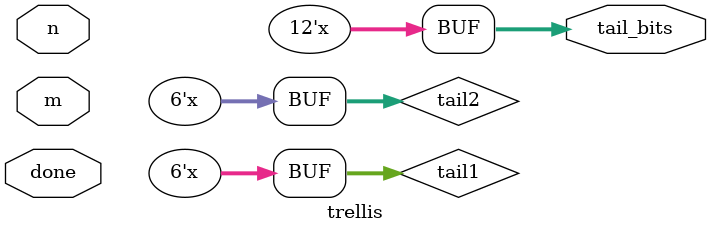
<source format=v>
`timescale 1ns / 1ps
module trellis(done,m,n,tail_bits
    );
	 input [0:1]done;
	 input [1:3]m,n;
	 output [0:11]tail_bits;
	 reg [1:3]m1;
	 reg [1:3]n1;
	 reg [1:6]tail1;
	 reg [1:6]tail2;
	 genvar i;
	 generate 
	 for(i=0;i<3;i=i+1)
	  begin :l1
	  always @(*)
	  begin
	   if(done==2'b11)begin
	   n1[3]=n1[2];
		n1[2]=n1[1];
		n1[1]=1'b0;
		tail1[i+1]=n1[3]^n1[2];
		tail1[i+4]=n1[1]^n1[3];
	   m1[3]=m1[2];
		m1[2]=m1[1];
		m1[1]=1'b0;
		tail2[i+1]=m1[3]^m1[2];
		tail2[i+4]=m1[1]^m1[3];
		end
		else
		 begin
	   n1[3]=n[3];
		n1[2]=n[2];
		n1[1]=n[1];
	   m1[3]=m[3];
		m1[2]=m[2];
		m1[1]=m[1];

		 end
	  end
	  end
	 endgenerate
assign tail_bits={tail1[1],tail2[2],tail1[4],tail2[5],
                  tail2[1],tail1[3],tail2[4],tail1[6],
						tail1[2],tail2[3],tail1[5],tail2[6]};

endmodule

</source>
